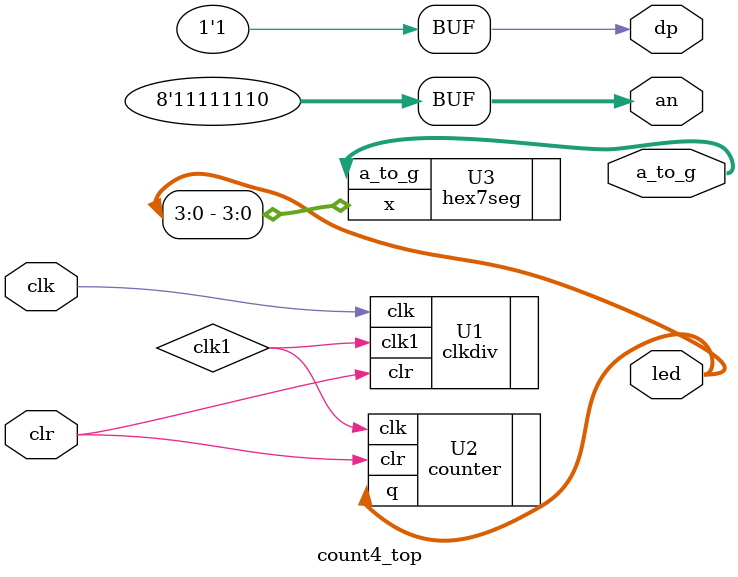
<source format=v>
`timescale 1ns / 1ps
module count4_top (input clk, input clr, output [7:0] led,
output [6:0] a_to_g, output [7:0] an, output dp ) ;
wire clk1;
clkdiv U1(.clr(clr),.clk(clk), .clk1(clk1));
counter #( .N(8)) U2 (.clk(clk1), .clr(clr), .q(led[7:0]));
hex7seg U3 (.x(led[3:0]), .a_to_g(a_to_g));
assign an = 8'b11111110;
assign dp = 1; // dp off
endmodule
</source>
